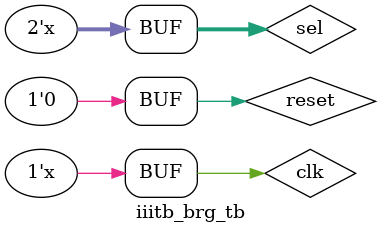
<source format=v>
`timescale 1us / 100ps


module iiitb_brg_tb;

	// Inputs
	reg clk;
	reg reset;
	reg [1:0]sel;

	// Outputs
	wire clkout;

	// Instantiate the Unit Under Test (UUT)
	iiitb_brg uut (
		.clk(clk), 
		.reset(reset), 
		.sel(sel),
		.clkout(clkout)
	);

	initial begin
	
	
	clk=0;
	reset=0;
	sel=2'b00;
	#15 reset=1;
	#80 reset = 0;
	
	end
      always
		#40 clk=~clk;
		//initial 
		//#200000 $finish;
		always
		#200000 sel=sel+2'b01;
		initial
		begin
		$dumpfile("dump.vcd");
          $dumpvars(1, iiitb_brg_tb);
	 end
		
endmodule


</source>
